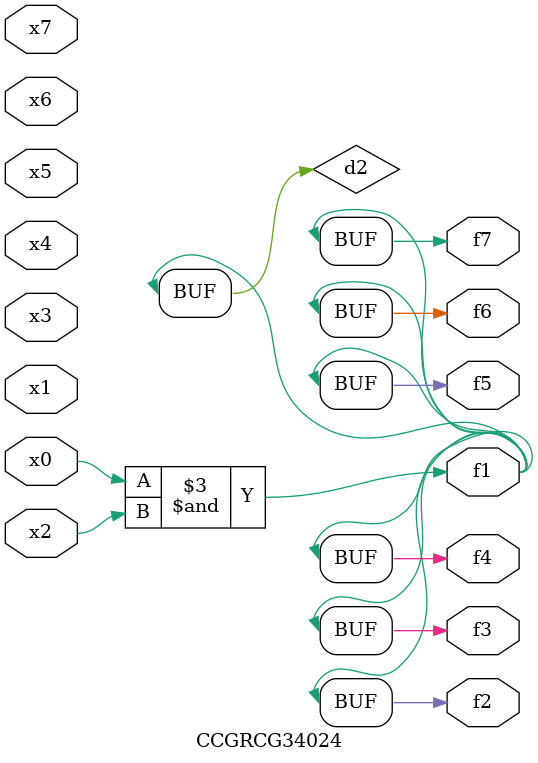
<source format=v>
module CCGRCG34024(
	input x0, x1, x2, x3, x4, x5, x6, x7,
	output f1, f2, f3, f4, f5, f6, f7
);

	wire d1, d2;

	nor (d1, x3, x6);
	and (d2, x0, x2);
	assign f1 = d2;
	assign f2 = d2;
	assign f3 = d2;
	assign f4 = d2;
	assign f5 = d2;
	assign f6 = d2;
	assign f7 = d2;
endmodule

</source>
